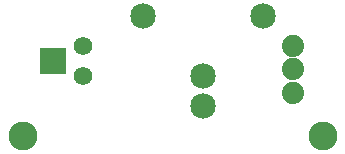
<source format=gbs>
G04 MADE WITH FRITZING*
G04 WWW.FRITZING.ORG*
G04 DOUBLE SIDED*
G04 HOLES PLATED*
G04 CONTOUR ON CENTER OF CONTOUR VECTOR*
%ASAXBY*%
%FSLAX23Y23*%
%MOIN*%
%OFA0B0*%
%SFA1.0B1.0*%
%ADD10C,0.085000*%
%ADD11C,0.096614*%
%ADD12C,0.074000*%
%ADD13C,0.061496*%
%ADD14R,0.088740X0.088740*%
%ADD15C,0.030000*%
%LNMASK0*%
G90*
G70*
G54D10*
X701Y307D03*
X701Y207D03*
G54D11*
X1101Y107D03*
X101Y107D03*
G54D10*
X501Y507D03*
X901Y507D03*
G54D12*
X1001Y407D03*
X1001Y329D03*
X1001Y250D03*
G54D13*
X301Y307D03*
X301Y407D03*
G54D14*
X201Y357D03*
G54D15*
G36*
X728Y280D02*
X673Y280D01*
X673Y335D01*
X728Y335D01*
X728Y280D01*
G37*
D02*
G04 End of Mask0*
M02*
</source>
